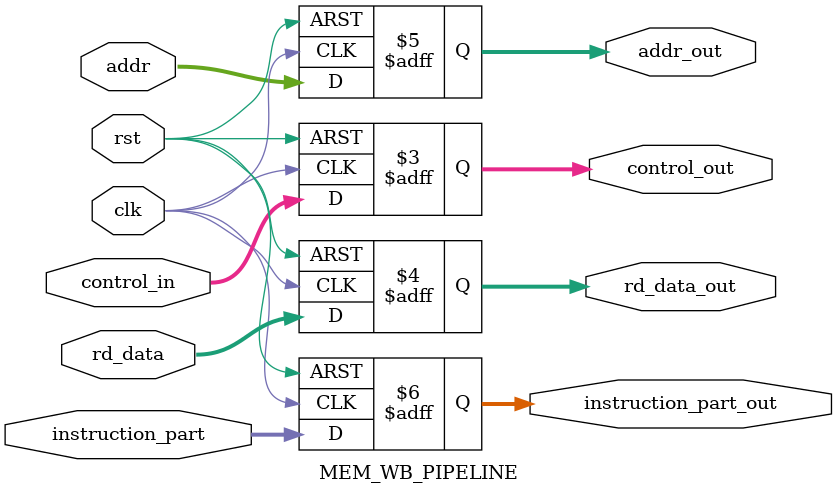
<source format=v>
module MEM_WB_PIPELINE#(parameter DATA_LEN = 64, CONTROL_LINE = 2, INSTRUCTION_PART = 5)
						(input clk, input rst, input [DATA_LEN-1:0] rd_data, input [CONTROL_LINE-1:0] control_in, input [DATA_LEN-1:0] addr, input [INSTRUCTION_PART-1:0] instruction_part,
						output reg [CONTROL_LINE-1:0] control_out, output reg [DATA_LEN-1:0] rd_data_out, output reg [DATA_LEN-1:0] addr_out, output reg [INSTRUCTION_PART-1:0] instruction_part_out);
						
	always@(posedge clk or negedge rst)begin
		if(~rst)begin
			control_out <= 'b0;
			rd_data_out <= 'b0;
			addr_out <= 'b0;
			instruction_part_out <= 'b0;
		end
		else begin
			control_out <= control_in;
			rd_data_out <= rd_data;
			addr_out <= addr;
			instruction_part_out <= instruction_part;
		end
	end
	
endmodule
										
</source>
